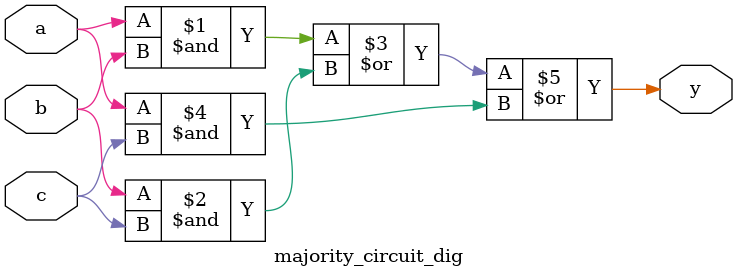
<source format=v>
module majority_circuit_dig(
    input a, input b, input c,
    output y
    );
    assign y = (a&b) | (b&c) | (a&c);
endmodule

</source>
